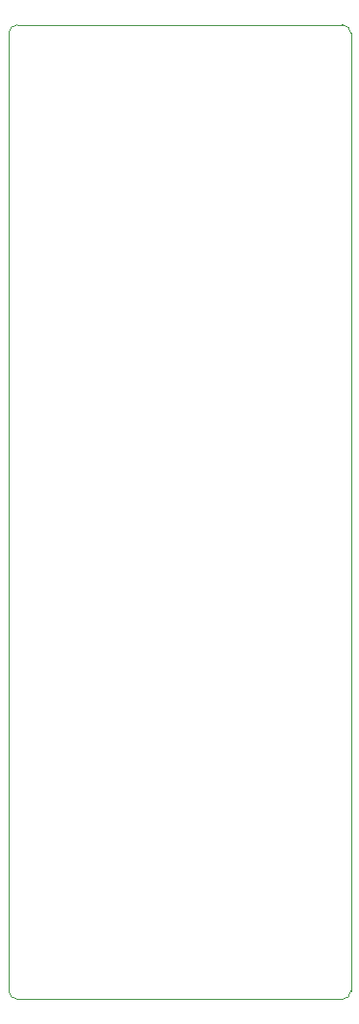
<source format=gbr>
%TF.GenerationSoftware,KiCad,Pcbnew,8.0.6*%
%TF.CreationDate,2024-12-19T09:16:50+01:00*%
%TF.ProjectId,Clicker_PCB,436c6963-6b65-4725-9f50-43422e6b6963,rev?*%
%TF.SameCoordinates,Original*%
%TF.FileFunction,Profile,NP*%
%FSLAX46Y46*%
G04 Gerber Fmt 4.6, Leading zero omitted, Abs format (unit mm)*
G04 Created by KiCad (PCBNEW 8.0.6) date 2024-12-19 09:16:50*
%MOMM*%
%LPD*%
G01*
G04 APERTURE LIST*
%TA.AperFunction,Profile*%
%ADD10C,0.050000*%
%TD*%
G04 APERTURE END LIST*
D10*
X105300000Y-93025000D02*
X105300000Y-177025000D01*
X106050000Y-177775000D02*
X134550000Y-177775000D01*
X135300000Y-177025000D02*
G75*
G02*
X134550000Y-177775000I-750000J0D01*
G01*
X134550000Y-92275000D02*
X106050000Y-92275000D01*
X106050000Y-177775104D02*
G75*
G02*
X105299896Y-177025000I0J750104D01*
G01*
X105299896Y-93025000D02*
G75*
G02*
X106050000Y-92274896I750104J0D01*
G01*
X135300000Y-177025000D02*
X135300000Y-93025000D01*
X134550000Y-92275000D02*
G75*
G02*
X135300000Y-93025000I0J-750000D01*
G01*
M02*

</source>
